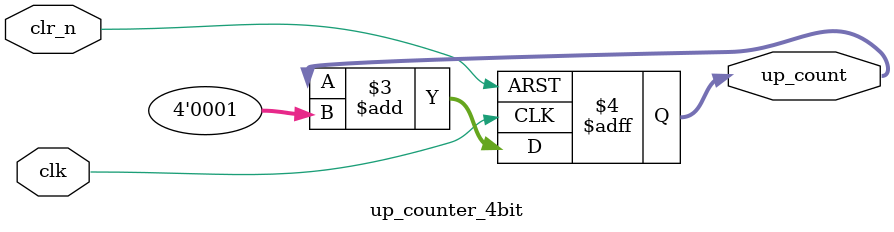
<source format=v>
module up_counter_4bit (clk, clr_n, up_count);

input clk, clr_n;
output [3:0]up_count;

reg [3:0]up_count;

always@(posedge clk or negedge clr_n)
	
	begin
		if (clr_n == 0)
			up_count <= 4'b0;
		else 
			up_count <= up_count + 4'b1;
	end

endmodule
</source>
